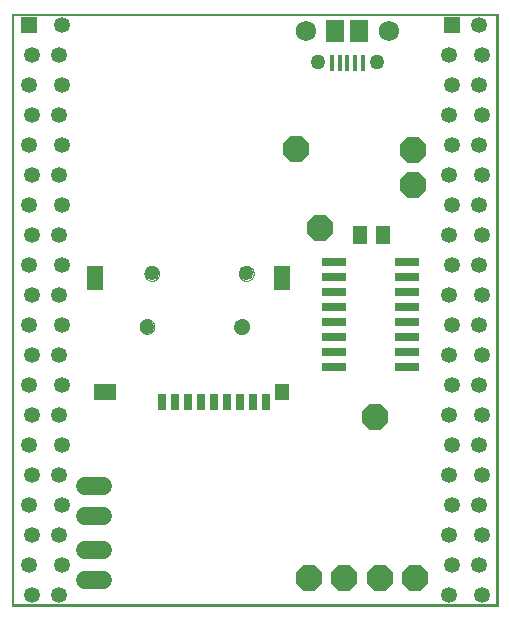
<source format=gts>
G75*
%MOIN*%
%OFA0B0*%
%FSLAX25Y25*%
%IPPOS*%
%LPD*%
%AMOC8*
5,1,8,0,0,1.08239X$1,22.5*
%
%ADD10C,0.00000*%
%ADD11R,0.01575X0.05315*%
%ADD12R,0.05906X0.07480*%
%ADD13C,0.06791*%
%ADD14C,0.05020*%
%ADD15C,0.04921*%
%ADD16R,0.02756X0.05512*%
%ADD17R,0.05512X0.07874*%
%ADD18R,0.05039X0.05512*%
%ADD19R,0.07677X0.05512*%
%ADD20R,0.08000X0.02600*%
%ADD21OC8,0.08500*%
%ADD22R,0.05118X0.05906*%
%ADD23C,0.06000*%
%ADD24C,0.00500*%
%ADD25C,0.05315*%
%ADD26R,0.05315X0.05315*%
D10*
X0020570Y0001467D02*
X0020570Y0198711D01*
X0182381Y0198711D01*
X0182381Y0001467D01*
X0020570Y0001467D01*
X0020570Y0001861D02*
X0181987Y0001861D01*
X0181987Y0009341D01*
X0094487Y0094578D02*
X0094489Y0094677D01*
X0094495Y0094776D01*
X0094505Y0094875D01*
X0094519Y0094973D01*
X0094537Y0095070D01*
X0094559Y0095167D01*
X0094584Y0095263D01*
X0094614Y0095357D01*
X0094647Y0095451D01*
X0094684Y0095543D01*
X0094725Y0095633D01*
X0094769Y0095722D01*
X0094817Y0095808D01*
X0094868Y0095893D01*
X0094923Y0095976D01*
X0094981Y0096056D01*
X0095042Y0096134D01*
X0095106Y0096210D01*
X0095173Y0096283D01*
X0095243Y0096353D01*
X0095316Y0096420D01*
X0095392Y0096484D01*
X0095470Y0096545D01*
X0095550Y0096603D01*
X0095633Y0096658D01*
X0095717Y0096709D01*
X0095804Y0096757D01*
X0095893Y0096801D01*
X0095983Y0096842D01*
X0096075Y0096879D01*
X0096169Y0096912D01*
X0096263Y0096942D01*
X0096359Y0096967D01*
X0096456Y0096989D01*
X0096553Y0097007D01*
X0096651Y0097021D01*
X0096750Y0097031D01*
X0096849Y0097037D01*
X0096948Y0097039D01*
X0097047Y0097037D01*
X0097146Y0097031D01*
X0097245Y0097021D01*
X0097343Y0097007D01*
X0097440Y0096989D01*
X0097537Y0096967D01*
X0097633Y0096942D01*
X0097727Y0096912D01*
X0097821Y0096879D01*
X0097913Y0096842D01*
X0098003Y0096801D01*
X0098092Y0096757D01*
X0098178Y0096709D01*
X0098263Y0096658D01*
X0098346Y0096603D01*
X0098426Y0096545D01*
X0098504Y0096484D01*
X0098580Y0096420D01*
X0098653Y0096353D01*
X0098723Y0096283D01*
X0098790Y0096210D01*
X0098854Y0096134D01*
X0098915Y0096056D01*
X0098973Y0095976D01*
X0099028Y0095893D01*
X0099079Y0095809D01*
X0099127Y0095722D01*
X0099171Y0095633D01*
X0099212Y0095543D01*
X0099249Y0095451D01*
X0099282Y0095357D01*
X0099312Y0095263D01*
X0099337Y0095167D01*
X0099359Y0095070D01*
X0099377Y0094973D01*
X0099391Y0094875D01*
X0099401Y0094776D01*
X0099407Y0094677D01*
X0099409Y0094578D01*
X0099407Y0094479D01*
X0099401Y0094380D01*
X0099391Y0094281D01*
X0099377Y0094183D01*
X0099359Y0094086D01*
X0099337Y0093989D01*
X0099312Y0093893D01*
X0099282Y0093799D01*
X0099249Y0093705D01*
X0099212Y0093613D01*
X0099171Y0093523D01*
X0099127Y0093434D01*
X0099079Y0093348D01*
X0099028Y0093263D01*
X0098973Y0093180D01*
X0098915Y0093100D01*
X0098854Y0093022D01*
X0098790Y0092946D01*
X0098723Y0092873D01*
X0098653Y0092803D01*
X0098580Y0092736D01*
X0098504Y0092672D01*
X0098426Y0092611D01*
X0098346Y0092553D01*
X0098263Y0092498D01*
X0098179Y0092447D01*
X0098092Y0092399D01*
X0098003Y0092355D01*
X0097913Y0092314D01*
X0097821Y0092277D01*
X0097727Y0092244D01*
X0097633Y0092214D01*
X0097537Y0092189D01*
X0097440Y0092167D01*
X0097343Y0092149D01*
X0097245Y0092135D01*
X0097146Y0092125D01*
X0097047Y0092119D01*
X0096948Y0092117D01*
X0096849Y0092119D01*
X0096750Y0092125D01*
X0096651Y0092135D01*
X0096553Y0092149D01*
X0096456Y0092167D01*
X0096359Y0092189D01*
X0096263Y0092214D01*
X0096169Y0092244D01*
X0096075Y0092277D01*
X0095983Y0092314D01*
X0095893Y0092355D01*
X0095804Y0092399D01*
X0095718Y0092447D01*
X0095633Y0092498D01*
X0095550Y0092553D01*
X0095470Y0092611D01*
X0095392Y0092672D01*
X0095316Y0092736D01*
X0095243Y0092803D01*
X0095173Y0092873D01*
X0095106Y0092946D01*
X0095042Y0093022D01*
X0094981Y0093100D01*
X0094923Y0093180D01*
X0094868Y0093263D01*
X0094817Y0093347D01*
X0094769Y0093434D01*
X0094725Y0093523D01*
X0094684Y0093613D01*
X0094647Y0093705D01*
X0094614Y0093799D01*
X0094584Y0093893D01*
X0094559Y0093989D01*
X0094537Y0094086D01*
X0094519Y0094183D01*
X0094505Y0094281D01*
X0094495Y0094380D01*
X0094489Y0094479D01*
X0094487Y0094578D01*
X0096061Y0112294D02*
X0096063Y0112393D01*
X0096069Y0112492D01*
X0096079Y0112591D01*
X0096093Y0112689D01*
X0096111Y0112786D01*
X0096133Y0112883D01*
X0096158Y0112979D01*
X0096188Y0113073D01*
X0096221Y0113167D01*
X0096258Y0113259D01*
X0096299Y0113349D01*
X0096343Y0113438D01*
X0096391Y0113524D01*
X0096442Y0113609D01*
X0096497Y0113692D01*
X0096555Y0113772D01*
X0096616Y0113850D01*
X0096680Y0113926D01*
X0096747Y0113999D01*
X0096817Y0114069D01*
X0096890Y0114136D01*
X0096966Y0114200D01*
X0097044Y0114261D01*
X0097124Y0114319D01*
X0097207Y0114374D01*
X0097291Y0114425D01*
X0097378Y0114473D01*
X0097467Y0114517D01*
X0097557Y0114558D01*
X0097649Y0114595D01*
X0097743Y0114628D01*
X0097837Y0114658D01*
X0097933Y0114683D01*
X0098030Y0114705D01*
X0098127Y0114723D01*
X0098225Y0114737D01*
X0098324Y0114747D01*
X0098423Y0114753D01*
X0098522Y0114755D01*
X0098621Y0114753D01*
X0098720Y0114747D01*
X0098819Y0114737D01*
X0098917Y0114723D01*
X0099014Y0114705D01*
X0099111Y0114683D01*
X0099207Y0114658D01*
X0099301Y0114628D01*
X0099395Y0114595D01*
X0099487Y0114558D01*
X0099577Y0114517D01*
X0099666Y0114473D01*
X0099752Y0114425D01*
X0099837Y0114374D01*
X0099920Y0114319D01*
X0100000Y0114261D01*
X0100078Y0114200D01*
X0100154Y0114136D01*
X0100227Y0114069D01*
X0100297Y0113999D01*
X0100364Y0113926D01*
X0100428Y0113850D01*
X0100489Y0113772D01*
X0100547Y0113692D01*
X0100602Y0113609D01*
X0100653Y0113525D01*
X0100701Y0113438D01*
X0100745Y0113349D01*
X0100786Y0113259D01*
X0100823Y0113167D01*
X0100856Y0113073D01*
X0100886Y0112979D01*
X0100911Y0112883D01*
X0100933Y0112786D01*
X0100951Y0112689D01*
X0100965Y0112591D01*
X0100975Y0112492D01*
X0100981Y0112393D01*
X0100983Y0112294D01*
X0100981Y0112195D01*
X0100975Y0112096D01*
X0100965Y0111997D01*
X0100951Y0111899D01*
X0100933Y0111802D01*
X0100911Y0111705D01*
X0100886Y0111609D01*
X0100856Y0111515D01*
X0100823Y0111421D01*
X0100786Y0111329D01*
X0100745Y0111239D01*
X0100701Y0111150D01*
X0100653Y0111064D01*
X0100602Y0110979D01*
X0100547Y0110896D01*
X0100489Y0110816D01*
X0100428Y0110738D01*
X0100364Y0110662D01*
X0100297Y0110589D01*
X0100227Y0110519D01*
X0100154Y0110452D01*
X0100078Y0110388D01*
X0100000Y0110327D01*
X0099920Y0110269D01*
X0099837Y0110214D01*
X0099753Y0110163D01*
X0099666Y0110115D01*
X0099577Y0110071D01*
X0099487Y0110030D01*
X0099395Y0109993D01*
X0099301Y0109960D01*
X0099207Y0109930D01*
X0099111Y0109905D01*
X0099014Y0109883D01*
X0098917Y0109865D01*
X0098819Y0109851D01*
X0098720Y0109841D01*
X0098621Y0109835D01*
X0098522Y0109833D01*
X0098423Y0109835D01*
X0098324Y0109841D01*
X0098225Y0109851D01*
X0098127Y0109865D01*
X0098030Y0109883D01*
X0097933Y0109905D01*
X0097837Y0109930D01*
X0097743Y0109960D01*
X0097649Y0109993D01*
X0097557Y0110030D01*
X0097467Y0110071D01*
X0097378Y0110115D01*
X0097292Y0110163D01*
X0097207Y0110214D01*
X0097124Y0110269D01*
X0097044Y0110327D01*
X0096966Y0110388D01*
X0096890Y0110452D01*
X0096817Y0110519D01*
X0096747Y0110589D01*
X0096680Y0110662D01*
X0096616Y0110738D01*
X0096555Y0110816D01*
X0096497Y0110896D01*
X0096442Y0110979D01*
X0096391Y0111063D01*
X0096343Y0111150D01*
X0096299Y0111239D01*
X0096258Y0111329D01*
X0096221Y0111421D01*
X0096188Y0111515D01*
X0096158Y0111609D01*
X0096133Y0111705D01*
X0096111Y0111802D01*
X0096093Y0111899D01*
X0096079Y0111997D01*
X0096069Y0112096D01*
X0096063Y0112195D01*
X0096061Y0112294D01*
X0064565Y0112294D02*
X0064567Y0112393D01*
X0064573Y0112492D01*
X0064583Y0112591D01*
X0064597Y0112689D01*
X0064615Y0112786D01*
X0064637Y0112883D01*
X0064662Y0112979D01*
X0064692Y0113073D01*
X0064725Y0113167D01*
X0064762Y0113259D01*
X0064803Y0113349D01*
X0064847Y0113438D01*
X0064895Y0113524D01*
X0064946Y0113609D01*
X0065001Y0113692D01*
X0065059Y0113772D01*
X0065120Y0113850D01*
X0065184Y0113926D01*
X0065251Y0113999D01*
X0065321Y0114069D01*
X0065394Y0114136D01*
X0065470Y0114200D01*
X0065548Y0114261D01*
X0065628Y0114319D01*
X0065711Y0114374D01*
X0065795Y0114425D01*
X0065882Y0114473D01*
X0065971Y0114517D01*
X0066061Y0114558D01*
X0066153Y0114595D01*
X0066247Y0114628D01*
X0066341Y0114658D01*
X0066437Y0114683D01*
X0066534Y0114705D01*
X0066631Y0114723D01*
X0066729Y0114737D01*
X0066828Y0114747D01*
X0066927Y0114753D01*
X0067026Y0114755D01*
X0067125Y0114753D01*
X0067224Y0114747D01*
X0067323Y0114737D01*
X0067421Y0114723D01*
X0067518Y0114705D01*
X0067615Y0114683D01*
X0067711Y0114658D01*
X0067805Y0114628D01*
X0067899Y0114595D01*
X0067991Y0114558D01*
X0068081Y0114517D01*
X0068170Y0114473D01*
X0068256Y0114425D01*
X0068341Y0114374D01*
X0068424Y0114319D01*
X0068504Y0114261D01*
X0068582Y0114200D01*
X0068658Y0114136D01*
X0068731Y0114069D01*
X0068801Y0113999D01*
X0068868Y0113926D01*
X0068932Y0113850D01*
X0068993Y0113772D01*
X0069051Y0113692D01*
X0069106Y0113609D01*
X0069157Y0113525D01*
X0069205Y0113438D01*
X0069249Y0113349D01*
X0069290Y0113259D01*
X0069327Y0113167D01*
X0069360Y0113073D01*
X0069390Y0112979D01*
X0069415Y0112883D01*
X0069437Y0112786D01*
X0069455Y0112689D01*
X0069469Y0112591D01*
X0069479Y0112492D01*
X0069485Y0112393D01*
X0069487Y0112294D01*
X0069485Y0112195D01*
X0069479Y0112096D01*
X0069469Y0111997D01*
X0069455Y0111899D01*
X0069437Y0111802D01*
X0069415Y0111705D01*
X0069390Y0111609D01*
X0069360Y0111515D01*
X0069327Y0111421D01*
X0069290Y0111329D01*
X0069249Y0111239D01*
X0069205Y0111150D01*
X0069157Y0111064D01*
X0069106Y0110979D01*
X0069051Y0110896D01*
X0068993Y0110816D01*
X0068932Y0110738D01*
X0068868Y0110662D01*
X0068801Y0110589D01*
X0068731Y0110519D01*
X0068658Y0110452D01*
X0068582Y0110388D01*
X0068504Y0110327D01*
X0068424Y0110269D01*
X0068341Y0110214D01*
X0068257Y0110163D01*
X0068170Y0110115D01*
X0068081Y0110071D01*
X0067991Y0110030D01*
X0067899Y0109993D01*
X0067805Y0109960D01*
X0067711Y0109930D01*
X0067615Y0109905D01*
X0067518Y0109883D01*
X0067421Y0109865D01*
X0067323Y0109851D01*
X0067224Y0109841D01*
X0067125Y0109835D01*
X0067026Y0109833D01*
X0066927Y0109835D01*
X0066828Y0109841D01*
X0066729Y0109851D01*
X0066631Y0109865D01*
X0066534Y0109883D01*
X0066437Y0109905D01*
X0066341Y0109930D01*
X0066247Y0109960D01*
X0066153Y0109993D01*
X0066061Y0110030D01*
X0065971Y0110071D01*
X0065882Y0110115D01*
X0065796Y0110163D01*
X0065711Y0110214D01*
X0065628Y0110269D01*
X0065548Y0110327D01*
X0065470Y0110388D01*
X0065394Y0110452D01*
X0065321Y0110519D01*
X0065251Y0110589D01*
X0065184Y0110662D01*
X0065120Y0110738D01*
X0065059Y0110816D01*
X0065001Y0110896D01*
X0064946Y0110979D01*
X0064895Y0111063D01*
X0064847Y0111150D01*
X0064803Y0111239D01*
X0064762Y0111329D01*
X0064725Y0111421D01*
X0064692Y0111515D01*
X0064662Y0111609D01*
X0064637Y0111705D01*
X0064615Y0111802D01*
X0064597Y0111899D01*
X0064583Y0111997D01*
X0064573Y0112096D01*
X0064567Y0112195D01*
X0064565Y0112294D01*
X0062990Y0094578D02*
X0062992Y0094677D01*
X0062998Y0094776D01*
X0063008Y0094875D01*
X0063022Y0094973D01*
X0063040Y0095070D01*
X0063062Y0095167D01*
X0063087Y0095263D01*
X0063117Y0095357D01*
X0063150Y0095451D01*
X0063187Y0095543D01*
X0063228Y0095633D01*
X0063272Y0095722D01*
X0063320Y0095808D01*
X0063371Y0095893D01*
X0063426Y0095976D01*
X0063484Y0096056D01*
X0063545Y0096134D01*
X0063609Y0096210D01*
X0063676Y0096283D01*
X0063746Y0096353D01*
X0063819Y0096420D01*
X0063895Y0096484D01*
X0063973Y0096545D01*
X0064053Y0096603D01*
X0064136Y0096658D01*
X0064220Y0096709D01*
X0064307Y0096757D01*
X0064396Y0096801D01*
X0064486Y0096842D01*
X0064578Y0096879D01*
X0064672Y0096912D01*
X0064766Y0096942D01*
X0064862Y0096967D01*
X0064959Y0096989D01*
X0065056Y0097007D01*
X0065154Y0097021D01*
X0065253Y0097031D01*
X0065352Y0097037D01*
X0065451Y0097039D01*
X0065550Y0097037D01*
X0065649Y0097031D01*
X0065748Y0097021D01*
X0065846Y0097007D01*
X0065943Y0096989D01*
X0066040Y0096967D01*
X0066136Y0096942D01*
X0066230Y0096912D01*
X0066324Y0096879D01*
X0066416Y0096842D01*
X0066506Y0096801D01*
X0066595Y0096757D01*
X0066681Y0096709D01*
X0066766Y0096658D01*
X0066849Y0096603D01*
X0066929Y0096545D01*
X0067007Y0096484D01*
X0067083Y0096420D01*
X0067156Y0096353D01*
X0067226Y0096283D01*
X0067293Y0096210D01*
X0067357Y0096134D01*
X0067418Y0096056D01*
X0067476Y0095976D01*
X0067531Y0095893D01*
X0067582Y0095809D01*
X0067630Y0095722D01*
X0067674Y0095633D01*
X0067715Y0095543D01*
X0067752Y0095451D01*
X0067785Y0095357D01*
X0067815Y0095263D01*
X0067840Y0095167D01*
X0067862Y0095070D01*
X0067880Y0094973D01*
X0067894Y0094875D01*
X0067904Y0094776D01*
X0067910Y0094677D01*
X0067912Y0094578D01*
X0067910Y0094479D01*
X0067904Y0094380D01*
X0067894Y0094281D01*
X0067880Y0094183D01*
X0067862Y0094086D01*
X0067840Y0093989D01*
X0067815Y0093893D01*
X0067785Y0093799D01*
X0067752Y0093705D01*
X0067715Y0093613D01*
X0067674Y0093523D01*
X0067630Y0093434D01*
X0067582Y0093348D01*
X0067531Y0093263D01*
X0067476Y0093180D01*
X0067418Y0093100D01*
X0067357Y0093022D01*
X0067293Y0092946D01*
X0067226Y0092873D01*
X0067156Y0092803D01*
X0067083Y0092736D01*
X0067007Y0092672D01*
X0066929Y0092611D01*
X0066849Y0092553D01*
X0066766Y0092498D01*
X0066682Y0092447D01*
X0066595Y0092399D01*
X0066506Y0092355D01*
X0066416Y0092314D01*
X0066324Y0092277D01*
X0066230Y0092244D01*
X0066136Y0092214D01*
X0066040Y0092189D01*
X0065943Y0092167D01*
X0065846Y0092149D01*
X0065748Y0092135D01*
X0065649Y0092125D01*
X0065550Y0092119D01*
X0065451Y0092117D01*
X0065352Y0092119D01*
X0065253Y0092125D01*
X0065154Y0092135D01*
X0065056Y0092149D01*
X0064959Y0092167D01*
X0064862Y0092189D01*
X0064766Y0092214D01*
X0064672Y0092244D01*
X0064578Y0092277D01*
X0064486Y0092314D01*
X0064396Y0092355D01*
X0064307Y0092399D01*
X0064221Y0092447D01*
X0064136Y0092498D01*
X0064053Y0092553D01*
X0063973Y0092611D01*
X0063895Y0092672D01*
X0063819Y0092736D01*
X0063746Y0092803D01*
X0063676Y0092873D01*
X0063609Y0092946D01*
X0063545Y0093022D01*
X0063484Y0093100D01*
X0063426Y0093180D01*
X0063371Y0093263D01*
X0063320Y0093347D01*
X0063272Y0093434D01*
X0063228Y0093523D01*
X0063187Y0093613D01*
X0063150Y0093705D01*
X0063117Y0093799D01*
X0063087Y0093893D01*
X0063062Y0093989D01*
X0063040Y0094086D01*
X0063022Y0094183D01*
X0063008Y0094281D01*
X0062998Y0094380D01*
X0062992Y0094479D01*
X0062990Y0094578D01*
D11*
X0127066Y0182471D03*
X0129625Y0182471D03*
X0132184Y0182471D03*
X0134743Y0182471D03*
X0137302Y0182471D03*
D12*
X0136121Y0193003D03*
X0128247Y0192963D03*
D13*
X0118404Y0193003D03*
X0145963Y0193003D03*
D14*
X0142026Y0182668D03*
X0122341Y0182668D03*
D15*
X0098522Y0112294D03*
X0096948Y0094578D03*
X0067026Y0112294D03*
X0065451Y0094578D03*
D16*
X0070570Y0069499D03*
X0074900Y0069499D03*
X0079231Y0069499D03*
X0083562Y0069499D03*
X0087892Y0069499D03*
X0092223Y0069499D03*
X0096554Y0069499D03*
X0100885Y0069499D03*
X0105215Y0069499D03*
D17*
X0110333Y0110719D03*
X0048129Y0110719D03*
D18*
X0110570Y0072924D03*
D19*
X0051573Y0072924D03*
D20*
X0127761Y0081211D03*
X0127761Y0086211D03*
X0127761Y0091211D03*
X0127761Y0096211D03*
X0127761Y0101211D03*
X0127761Y0106211D03*
X0127761Y0111211D03*
X0127761Y0116211D03*
X0151961Y0116211D03*
X0151961Y0111211D03*
X0151961Y0106211D03*
X0151961Y0101211D03*
X0151961Y0096211D03*
X0151961Y0091211D03*
X0151961Y0086211D03*
X0151961Y0081211D03*
D21*
X0141436Y0064459D03*
X0143010Y0010916D03*
X0131199Y0010916D03*
X0119388Y0010916D03*
X0154822Y0010916D03*
X0122932Y0127452D03*
X0115058Y0153830D03*
X0154034Y0153436D03*
X0154034Y0141625D03*
D22*
X0143995Y0125089D03*
X0136514Y0125089D03*
D23*
X0050735Y0041507D02*
X0044735Y0041507D01*
X0044735Y0031507D02*
X0050735Y0031507D01*
X0050735Y0020247D02*
X0044735Y0020247D01*
X0044735Y0010247D02*
X0050735Y0010247D01*
D24*
X0020727Y0001625D02*
X0020727Y0198475D01*
X0182144Y0198475D01*
X0182144Y0001625D01*
X0020727Y0001625D01*
D25*
X0026936Y0005050D03*
X0035936Y0005050D03*
X0036936Y0015050D03*
X0035936Y0025050D03*
X0026936Y0025050D03*
X0025936Y0015050D03*
X0025936Y0035050D03*
X0026936Y0045050D03*
X0035936Y0045050D03*
X0036936Y0035050D03*
X0036936Y0055050D03*
X0035936Y0065050D03*
X0026936Y0065050D03*
X0025936Y0055050D03*
X0025936Y0075050D03*
X0026936Y0085050D03*
X0035936Y0085050D03*
X0036936Y0075050D03*
X0036936Y0095050D03*
X0035936Y0105050D03*
X0036936Y0115050D03*
X0035936Y0125050D03*
X0026936Y0125050D03*
X0025936Y0115050D03*
X0026936Y0105050D03*
X0025936Y0095050D03*
X0025936Y0135050D03*
X0026936Y0145050D03*
X0035936Y0145050D03*
X0036936Y0135050D03*
X0036936Y0155050D03*
X0035936Y0165050D03*
X0026936Y0165050D03*
X0025936Y0155050D03*
X0025936Y0175050D03*
X0026936Y0185050D03*
X0035936Y0185050D03*
X0036936Y0175050D03*
X0036936Y0195050D03*
X0165936Y0185050D03*
X0166936Y0175050D03*
X0175936Y0175050D03*
X0176936Y0185050D03*
X0175936Y0195050D03*
X0176936Y0165050D03*
X0175936Y0155050D03*
X0166936Y0155050D03*
X0165936Y0145050D03*
X0166936Y0135050D03*
X0175936Y0135050D03*
X0176936Y0125050D03*
X0175936Y0115050D03*
X0166936Y0115050D03*
X0165936Y0105050D03*
X0166936Y0095050D03*
X0175936Y0095050D03*
X0176936Y0085050D03*
X0175936Y0075050D03*
X0166936Y0075050D03*
X0165936Y0065050D03*
X0166936Y0055050D03*
X0175936Y0055050D03*
X0176936Y0045050D03*
X0175936Y0035050D03*
X0166936Y0035050D03*
X0165936Y0045050D03*
X0165936Y0025050D03*
X0166936Y0015050D03*
X0175936Y0015050D03*
X0176936Y0005050D03*
X0165936Y0005050D03*
X0176936Y0025050D03*
X0176936Y0065050D03*
X0165936Y0085050D03*
X0176936Y0105050D03*
X0165936Y0125050D03*
X0176936Y0145050D03*
X0165936Y0165050D03*
D26*
X0166936Y0195050D03*
X0025936Y0195050D03*
M02*

</source>
